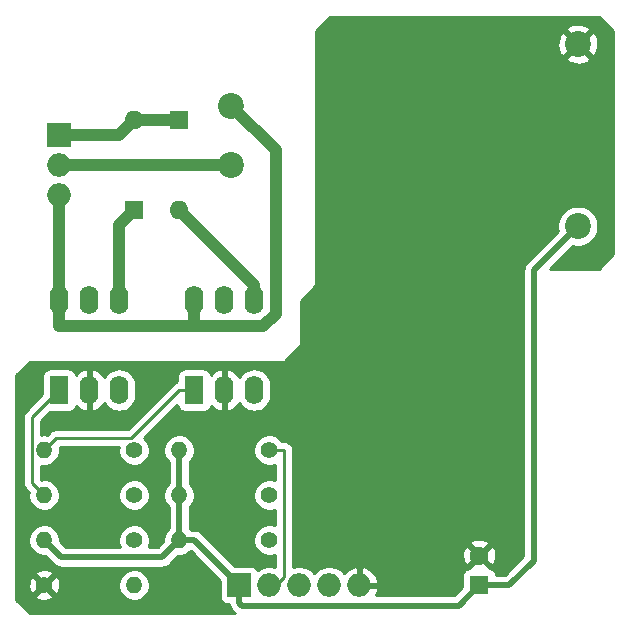
<source format=gbr>
G04 #@! TF.GenerationSoftware,KiCad,Pcbnew,(5.1.7-0-10_14)*
G04 #@! TF.CreationDate,2020-11-17T17:39:49+01:00*
G04 #@! TF.ProjectId,Pilot_Wire_v1,50696c6f-745f-4576-9972-655f76312e6b,1.0*
G04 #@! TF.SameCoordinates,Original*
G04 #@! TF.FileFunction,Copper,L2,Bot*
G04 #@! TF.FilePolarity,Positive*
%FSLAX46Y46*%
G04 Gerber Fmt 4.6, Leading zero omitted, Abs format (unit mm)*
G04 Created by KiCad (PCBNEW (5.1.7-0-10_14)) date 2020-11-17 17:39:49*
%MOMM*%
%LPD*%
G01*
G04 APERTURE LIST*
G04 #@! TA.AperFunction,ComponentPad*
%ADD10C,1.400000*%
G04 #@! TD*
G04 #@! TA.AperFunction,ComponentPad*
%ADD11O,1.400000X1.400000*%
G04 #@! TD*
G04 #@! TA.AperFunction,ComponentPad*
%ADD12R,1.600000X2.400000*%
G04 #@! TD*
G04 #@! TA.AperFunction,ComponentPad*
%ADD13O,1.600000X2.400000*%
G04 #@! TD*
G04 #@! TA.AperFunction,ComponentPad*
%ADD14C,2.200000*%
G04 #@! TD*
G04 #@! TA.AperFunction,ComponentPad*
%ADD15O,2.000000X2.000000*%
G04 #@! TD*
G04 #@! TA.AperFunction,ComponentPad*
%ADD16R,2.000000X2.000000*%
G04 #@! TD*
G04 #@! TA.AperFunction,ComponentPad*
%ADD17O,1.998980X1.998980*%
G04 #@! TD*
G04 #@! TA.AperFunction,ComponentPad*
%ADD18R,1.998980X1.998980*%
G04 #@! TD*
G04 #@! TA.AperFunction,ComponentPad*
%ADD19R,1.600000X1.600000*%
G04 #@! TD*
G04 #@! TA.AperFunction,ComponentPad*
%ADD20O,1.600000X1.600000*%
G04 #@! TD*
G04 #@! TA.AperFunction,ComponentPad*
%ADD21C,1.600000*%
G04 #@! TD*
G04 #@! TA.AperFunction,Conductor*
%ADD22C,0.500000*%
G04 #@! TD*
G04 #@! TA.AperFunction,Conductor*
%ADD23C,1.000000*%
G04 #@! TD*
G04 #@! TA.AperFunction,Conductor*
%ADD24C,0.250000*%
G04 #@! TD*
G04 #@! TA.AperFunction,Conductor*
%ADD25C,0.254000*%
G04 #@! TD*
G04 #@! TA.AperFunction,Conductor*
%ADD26C,0.100000*%
G04 #@! TD*
G04 APERTURE END LIST*
D10*
X137160000Y-67310000D03*
D11*
X129540000Y-67310000D03*
D12*
X130810000Y-58420000D03*
D13*
X135890000Y-50800000D03*
X133350000Y-58420000D03*
X133350000Y-50800000D03*
X135890000Y-58420000D03*
X130810000Y-50800000D03*
D12*
X119380000Y-58420000D03*
D13*
X124460000Y-50800000D03*
X121920000Y-58420000D03*
X121920000Y-50800000D03*
X124460000Y-58420000D03*
X119380000Y-50800000D03*
D10*
X137160000Y-63500000D03*
D11*
X129540000Y-63500000D03*
D10*
X137160000Y-71120000D03*
D11*
X129540000Y-71120000D03*
D10*
X125730000Y-63500000D03*
D11*
X118110000Y-63500000D03*
D10*
X125730000Y-67310000D03*
D11*
X118110000Y-67310000D03*
D10*
X118110000Y-74930000D03*
D11*
X125730000Y-74930000D03*
D10*
X125730000Y-71120000D03*
D11*
X118110000Y-71120000D03*
D14*
X163290000Y-44530000D03*
X163290000Y-29130000D03*
X133890000Y-39330000D03*
X133890000Y-34330000D03*
D15*
X144780000Y-74930000D03*
X142240000Y-74930000D03*
X139700000Y-74930000D03*
X137160000Y-74930000D03*
D16*
X134620000Y-74930000D03*
D17*
X119380000Y-41910000D03*
D18*
X119380000Y-36830000D03*
D17*
X119380000Y-39370000D03*
D19*
X125730000Y-43180000D03*
D20*
X125730000Y-35560000D03*
D19*
X129540000Y-35560000D03*
D20*
X129540000Y-43180000D03*
D19*
X154940000Y-74930000D03*
D21*
X154940000Y-72430000D03*
D22*
X130810000Y-71120000D02*
X134620000Y-74930000D01*
X129540000Y-71120000D02*
X130810000Y-71120000D01*
X129540000Y-71120000D02*
X129540000Y-67310000D01*
X129540000Y-67310000D02*
X129540000Y-63500000D01*
X119560001Y-72570001D02*
X118110000Y-71120000D01*
X128089999Y-72570001D02*
X119560001Y-72570001D01*
X129540000Y-71120000D02*
X128089999Y-72570001D01*
X153189999Y-76680001D02*
X154940000Y-74930000D01*
X134870001Y-76680001D02*
X153189999Y-76680001D01*
X134620000Y-76430000D02*
X134870001Y-76680001D01*
X134620000Y-74930000D02*
X134620000Y-76430000D01*
X157480000Y-74930000D02*
X154940000Y-74930000D01*
X159560000Y-48260000D02*
X159560000Y-72850000D01*
X159560000Y-72850000D02*
X157480000Y-74930000D01*
X163290000Y-44530000D02*
X159560000Y-48260000D01*
D23*
X124460000Y-36830000D02*
X125730000Y-35560000D01*
X119380000Y-36830000D02*
X124460000Y-36830000D01*
X125730000Y-35560000D02*
X129540000Y-35560000D01*
X119380000Y-50800000D02*
X119380000Y-41910000D01*
X137690010Y-38130010D02*
X133890000Y-34330000D01*
X119380000Y-53000000D02*
X119380000Y-50800000D01*
X119380010Y-53000010D02*
X119380000Y-53000000D01*
X137690010Y-51945588D02*
X136635588Y-53000010D01*
X137690010Y-38130010D02*
X137690010Y-51945588D01*
X130810000Y-52660020D02*
X131149990Y-53000010D01*
X130810000Y-50800000D02*
X130810000Y-52660020D01*
X131149990Y-53000010D02*
X119380010Y-53000010D01*
X136635588Y-53000010D02*
X131149990Y-53000010D01*
X133850000Y-39370000D02*
X133890000Y-39330000D01*
X119380000Y-39370000D02*
X133850000Y-39370000D01*
D24*
X137160000Y-63500000D02*
X138430000Y-63500000D01*
X137738998Y-74930000D02*
X137160000Y-74930000D01*
X138430000Y-74238998D02*
X137738998Y-74930000D01*
X138430000Y-63500000D02*
X138430000Y-74238998D01*
X119380000Y-58420000D02*
X118354999Y-59445001D01*
X117084999Y-60715001D02*
X119380000Y-58420000D01*
X117084999Y-66284999D02*
X117084999Y-60715001D01*
X118110000Y-67310000D02*
X117084999Y-66284999D01*
X119135001Y-62474999D02*
X125485001Y-62474999D01*
X118110000Y-63500000D02*
X119135001Y-62474999D01*
X129540000Y-58420000D02*
X130810000Y-58420000D01*
X125485001Y-62474999D02*
X129540000Y-58420000D01*
D23*
X135890000Y-49530000D02*
X135890000Y-50800000D01*
X129540000Y-43180000D02*
X135890000Y-49530000D01*
X124460000Y-44450000D02*
X125730000Y-43180000D01*
X124460000Y-50800000D02*
X124460000Y-44450000D01*
D25*
X166243000Y-27992606D02*
X166243000Y-46937394D01*
X165047394Y-48133000D01*
X160938578Y-48133000D01*
X162858432Y-46213147D01*
X163119117Y-46265000D01*
X163460883Y-46265000D01*
X163796081Y-46198325D01*
X164111831Y-46067537D01*
X164395998Y-45877663D01*
X164637663Y-45635998D01*
X164827537Y-45351831D01*
X164958325Y-45036081D01*
X165025000Y-44700883D01*
X165025000Y-44359117D01*
X164958325Y-44023919D01*
X164827537Y-43708169D01*
X164637663Y-43424002D01*
X164395998Y-43182337D01*
X164111831Y-42992463D01*
X163796081Y-42861675D01*
X163460883Y-42795000D01*
X163119117Y-42795000D01*
X162783919Y-42861675D01*
X162468169Y-42992463D01*
X162184002Y-43182337D01*
X161942337Y-43424002D01*
X161752463Y-43708169D01*
X161621675Y-44023919D01*
X161555000Y-44359117D01*
X161555000Y-44700883D01*
X161606853Y-44961568D01*
X158964956Y-47603466D01*
X158931183Y-47631183D01*
X158820589Y-47765942D01*
X158738411Y-47919688D01*
X158687805Y-48086511D01*
X158675000Y-48216524D01*
X158675000Y-48216531D01*
X158670719Y-48260000D01*
X158675000Y-48303469D01*
X158675000Y-49425394D01*
X158660197Y-49440197D01*
X158644403Y-49459443D01*
X158632667Y-49481399D01*
X158625440Y-49505224D01*
X158623000Y-49530000D01*
X158623000Y-64770000D01*
X158625440Y-64794776D01*
X158632667Y-64818601D01*
X158644403Y-64840557D01*
X158660197Y-64859803D01*
X158675001Y-64874607D01*
X158675001Y-72483420D01*
X157113422Y-74045000D01*
X156369701Y-74045000D01*
X156365812Y-74005518D01*
X156329502Y-73885820D01*
X156270537Y-73775506D01*
X156191185Y-73678815D01*
X156094494Y-73599463D01*
X155984180Y-73540498D01*
X155864482Y-73504188D01*
X155740000Y-73491928D01*
X155732785Y-73491928D01*
X155753097Y-73422702D01*
X154940000Y-72609605D01*
X154126903Y-73422702D01*
X154147215Y-73491928D01*
X154140000Y-73491928D01*
X154015518Y-73504188D01*
X153895820Y-73540498D01*
X153785506Y-73599463D01*
X153688815Y-73678815D01*
X153609463Y-73775506D01*
X153550498Y-73885820D01*
X153514188Y-74005518D01*
X153501928Y-74130000D01*
X153501928Y-75116493D01*
X152823421Y-75795001D01*
X146159076Y-75795001D01*
X146265356Y-75613344D01*
X146370129Y-75310435D01*
X146251315Y-75057000D01*
X144907000Y-75057000D01*
X144907000Y-75077000D01*
X144653000Y-75077000D01*
X144653000Y-75057000D01*
X144633000Y-75057000D01*
X144633000Y-74803000D01*
X144653000Y-74803000D01*
X144653000Y-73459223D01*
X144907000Y-73459223D01*
X144907000Y-74803000D01*
X146251315Y-74803000D01*
X146370129Y-74549565D01*
X146265356Y-74246656D01*
X146103501Y-73970008D01*
X145890785Y-73730252D01*
X145635382Y-73536601D01*
X145347107Y-73396498D01*
X145160434Y-73339876D01*
X144907000Y-73459223D01*
X144653000Y-73459223D01*
X144399566Y-73339876D01*
X144212893Y-73396498D01*
X143924618Y-73536601D01*
X143669215Y-73730252D01*
X143518362Y-73900282D01*
X143509987Y-73887748D01*
X143282252Y-73660013D01*
X143014463Y-73481082D01*
X142716912Y-73357832D01*
X142401033Y-73295000D01*
X142078967Y-73295000D01*
X141763088Y-73357832D01*
X141465537Y-73481082D01*
X141197748Y-73660013D01*
X140970013Y-73887748D01*
X140970000Y-73887767D01*
X140969987Y-73887748D01*
X140742252Y-73660013D01*
X140474463Y-73481082D01*
X140176912Y-73357832D01*
X139861033Y-73295000D01*
X139538967Y-73295000D01*
X139223088Y-73357832D01*
X139190000Y-73371538D01*
X139190000Y-72500512D01*
X153499783Y-72500512D01*
X153541213Y-72780130D01*
X153636397Y-73046292D01*
X153703329Y-73171514D01*
X153947298Y-73243097D01*
X154760395Y-72430000D01*
X155119605Y-72430000D01*
X155932702Y-73243097D01*
X156176671Y-73171514D01*
X156297571Y-72916004D01*
X156366300Y-72641816D01*
X156380217Y-72359488D01*
X156338787Y-72079870D01*
X156243603Y-71813708D01*
X156176671Y-71688486D01*
X155932702Y-71616903D01*
X155119605Y-72430000D01*
X154760395Y-72430000D01*
X153947298Y-71616903D01*
X153703329Y-71688486D01*
X153582429Y-71943996D01*
X153513700Y-72218184D01*
X153499783Y-72500512D01*
X139190000Y-72500512D01*
X139190000Y-71437298D01*
X154126903Y-71437298D01*
X154940000Y-72250395D01*
X155753097Y-71437298D01*
X155681514Y-71193329D01*
X155426004Y-71072429D01*
X155151816Y-71003700D01*
X154869488Y-70989783D01*
X154589870Y-71031213D01*
X154323708Y-71126397D01*
X154198486Y-71193329D01*
X154126903Y-71437298D01*
X139190000Y-71437298D01*
X139190000Y-63537333D01*
X139193677Y-63500000D01*
X139179003Y-63351014D01*
X139135546Y-63207753D01*
X139064974Y-63075724D01*
X138970001Y-62959999D01*
X138854276Y-62865026D01*
X138722247Y-62794454D01*
X138578986Y-62750997D01*
X138467333Y-62740000D01*
X138430000Y-62736323D01*
X138392667Y-62740000D01*
X138257775Y-62740000D01*
X138196962Y-62648987D01*
X138011013Y-62463038D01*
X137792359Y-62316939D01*
X137549405Y-62216304D01*
X137291486Y-62165000D01*
X137028514Y-62165000D01*
X136770595Y-62216304D01*
X136527641Y-62316939D01*
X136308987Y-62463038D01*
X136123038Y-62648987D01*
X135976939Y-62867641D01*
X135876304Y-63110595D01*
X135825000Y-63368514D01*
X135825000Y-63631486D01*
X135876304Y-63889405D01*
X135976939Y-64132359D01*
X136123038Y-64351013D01*
X136308987Y-64536962D01*
X136527641Y-64683061D01*
X136770595Y-64783696D01*
X137028514Y-64835000D01*
X137291486Y-64835000D01*
X137549405Y-64783696D01*
X137670000Y-64733744D01*
X137670000Y-66076256D01*
X137549405Y-66026304D01*
X137291486Y-65975000D01*
X137028514Y-65975000D01*
X136770595Y-66026304D01*
X136527641Y-66126939D01*
X136308987Y-66273038D01*
X136123038Y-66458987D01*
X135976939Y-66677641D01*
X135876304Y-66920595D01*
X135825000Y-67178514D01*
X135825000Y-67441486D01*
X135876304Y-67699405D01*
X135976939Y-67942359D01*
X136123038Y-68161013D01*
X136308987Y-68346962D01*
X136527641Y-68493061D01*
X136770595Y-68593696D01*
X137028514Y-68645000D01*
X137291486Y-68645000D01*
X137549405Y-68593696D01*
X137670000Y-68543744D01*
X137670001Y-69886256D01*
X137549405Y-69836304D01*
X137291486Y-69785000D01*
X137028514Y-69785000D01*
X136770595Y-69836304D01*
X136527641Y-69936939D01*
X136308987Y-70083038D01*
X136123038Y-70268987D01*
X135976939Y-70487641D01*
X135876304Y-70730595D01*
X135825000Y-70988514D01*
X135825000Y-71251486D01*
X135876304Y-71509405D01*
X135976939Y-71752359D01*
X136123038Y-71971013D01*
X136308987Y-72156962D01*
X136527641Y-72303061D01*
X136770595Y-72403696D01*
X137028514Y-72455000D01*
X137291486Y-72455000D01*
X137549405Y-72403696D01*
X137670001Y-72353743D01*
X137670001Y-73371538D01*
X137636912Y-73357832D01*
X137321033Y-73295000D01*
X136998967Y-73295000D01*
X136683088Y-73357832D01*
X136385537Y-73481082D01*
X136175191Y-73621630D01*
X136150537Y-73575506D01*
X136071185Y-73478815D01*
X135974494Y-73399463D01*
X135864180Y-73340498D01*
X135744482Y-73304188D01*
X135620000Y-73291928D01*
X134233507Y-73291928D01*
X131466534Y-70524956D01*
X131438817Y-70491183D01*
X131304059Y-70380589D01*
X131150313Y-70298411D01*
X130983490Y-70247805D01*
X130853477Y-70235000D01*
X130853469Y-70235000D01*
X130810000Y-70230719D01*
X130766531Y-70235000D01*
X130542975Y-70235000D01*
X130425000Y-70117025D01*
X130425000Y-68312975D01*
X130576962Y-68161013D01*
X130723061Y-67942359D01*
X130823696Y-67699405D01*
X130875000Y-67441486D01*
X130875000Y-67178514D01*
X130823696Y-66920595D01*
X130723061Y-66677641D01*
X130576962Y-66458987D01*
X130425000Y-66307025D01*
X130425000Y-64502975D01*
X130576962Y-64351013D01*
X130723061Y-64132359D01*
X130823696Y-63889405D01*
X130875000Y-63631486D01*
X130875000Y-63368514D01*
X130823696Y-63110595D01*
X130723061Y-62867641D01*
X130576962Y-62648987D01*
X130391013Y-62463038D01*
X130172359Y-62316939D01*
X129929405Y-62216304D01*
X129671486Y-62165000D01*
X129408514Y-62165000D01*
X129150595Y-62216304D01*
X128907641Y-62316939D01*
X128688987Y-62463038D01*
X128503038Y-62648987D01*
X128356939Y-62867641D01*
X128256304Y-63110595D01*
X128205000Y-63368514D01*
X128205000Y-63631486D01*
X128256304Y-63889405D01*
X128356939Y-64132359D01*
X128503038Y-64351013D01*
X128655001Y-64502976D01*
X128655000Y-66307025D01*
X128503038Y-66458987D01*
X128356939Y-66677641D01*
X128256304Y-66920595D01*
X128205000Y-67178514D01*
X128205000Y-67441486D01*
X128256304Y-67699405D01*
X128356939Y-67942359D01*
X128503038Y-68161013D01*
X128655001Y-68312976D01*
X128655000Y-70117025D01*
X128503038Y-70268987D01*
X128356939Y-70487641D01*
X128256304Y-70730595D01*
X128205000Y-70988514D01*
X128205000Y-71203421D01*
X127723421Y-71685001D01*
X126940962Y-71685001D01*
X127013696Y-71509405D01*
X127065000Y-71251486D01*
X127065000Y-70988514D01*
X127013696Y-70730595D01*
X126913061Y-70487641D01*
X126766962Y-70268987D01*
X126581013Y-70083038D01*
X126362359Y-69936939D01*
X126119405Y-69836304D01*
X125861486Y-69785000D01*
X125598514Y-69785000D01*
X125340595Y-69836304D01*
X125097641Y-69936939D01*
X124878987Y-70083038D01*
X124693038Y-70268987D01*
X124546939Y-70487641D01*
X124446304Y-70730595D01*
X124395000Y-70988514D01*
X124395000Y-71251486D01*
X124446304Y-71509405D01*
X124519038Y-71685001D01*
X119926580Y-71685001D01*
X119445000Y-71203422D01*
X119445000Y-70988514D01*
X119393696Y-70730595D01*
X119293061Y-70487641D01*
X119146962Y-70268987D01*
X118961013Y-70083038D01*
X118742359Y-69936939D01*
X118499405Y-69836304D01*
X118241486Y-69785000D01*
X117978514Y-69785000D01*
X117720595Y-69836304D01*
X117477641Y-69936939D01*
X117258987Y-70083038D01*
X117073038Y-70268987D01*
X116926939Y-70487641D01*
X116826304Y-70730595D01*
X116775000Y-70988514D01*
X116775000Y-71251486D01*
X116826304Y-71509405D01*
X116926939Y-71752359D01*
X117073038Y-71971013D01*
X117258987Y-72156962D01*
X117477641Y-72303061D01*
X117720595Y-72403696D01*
X117978514Y-72455000D01*
X118193422Y-72455000D01*
X118903471Y-73165050D01*
X118931184Y-73198818D01*
X118964952Y-73226531D01*
X118964954Y-73226533D01*
X119036453Y-73285211D01*
X119065942Y-73309412D01*
X119219688Y-73391590D01*
X119386511Y-73442196D01*
X119516524Y-73455001D01*
X119516534Y-73455001D01*
X119560000Y-73459282D01*
X119603467Y-73455001D01*
X128046530Y-73455001D01*
X128089999Y-73459282D01*
X128133468Y-73455001D01*
X128133476Y-73455001D01*
X128263489Y-73442196D01*
X128430312Y-73391590D01*
X128584058Y-73309412D01*
X128718816Y-73198818D01*
X128746533Y-73165045D01*
X129456579Y-72455000D01*
X129671486Y-72455000D01*
X129929405Y-72403696D01*
X130172359Y-72303061D01*
X130391013Y-72156962D01*
X130493198Y-72054777D01*
X132981928Y-74543507D01*
X132981928Y-75930000D01*
X132994188Y-76054482D01*
X133030498Y-76174180D01*
X133089463Y-76284494D01*
X133168815Y-76381185D01*
X133265506Y-76460537D01*
X133375820Y-76519502D01*
X133495518Y-76555812D01*
X133620000Y-76568072D01*
X133744317Y-76568072D01*
X133747805Y-76603490D01*
X133798412Y-76770313D01*
X133880590Y-76924059D01*
X133963468Y-77025046D01*
X133963471Y-77025049D01*
X133991184Y-77058817D01*
X134024952Y-77086530D01*
X134213467Y-77275045D01*
X134236514Y-77303127D01*
X116886163Y-77336557D01*
X115760000Y-76210394D01*
X115760000Y-75851269D01*
X117368336Y-75851269D01*
X117427797Y-76085037D01*
X117666242Y-76195934D01*
X117921740Y-76258183D01*
X118184473Y-76269390D01*
X118444344Y-76229125D01*
X118691366Y-76138935D01*
X118792203Y-76085037D01*
X118851664Y-75851269D01*
X118110000Y-75109605D01*
X117368336Y-75851269D01*
X115760000Y-75851269D01*
X115760000Y-75004473D01*
X116770610Y-75004473D01*
X116810875Y-75264344D01*
X116901065Y-75511366D01*
X116954963Y-75612203D01*
X117188731Y-75671664D01*
X117930395Y-74930000D01*
X118289605Y-74930000D01*
X119031269Y-75671664D01*
X119265037Y-75612203D01*
X119375934Y-75373758D01*
X119438183Y-75118260D01*
X119449390Y-74855527D01*
X119440557Y-74798514D01*
X124395000Y-74798514D01*
X124395000Y-75061486D01*
X124446304Y-75319405D01*
X124546939Y-75562359D01*
X124693038Y-75781013D01*
X124878987Y-75966962D01*
X125097641Y-76113061D01*
X125340595Y-76213696D01*
X125598514Y-76265000D01*
X125861486Y-76265000D01*
X126119405Y-76213696D01*
X126362359Y-76113061D01*
X126581013Y-75966962D01*
X126766962Y-75781013D01*
X126913061Y-75562359D01*
X127013696Y-75319405D01*
X127065000Y-75061486D01*
X127065000Y-74798514D01*
X127013696Y-74540595D01*
X126913061Y-74297641D01*
X126766962Y-74078987D01*
X126581013Y-73893038D01*
X126362359Y-73746939D01*
X126119405Y-73646304D01*
X125861486Y-73595000D01*
X125598514Y-73595000D01*
X125340595Y-73646304D01*
X125097641Y-73746939D01*
X124878987Y-73893038D01*
X124693038Y-74078987D01*
X124546939Y-74297641D01*
X124446304Y-74540595D01*
X124395000Y-74798514D01*
X119440557Y-74798514D01*
X119409125Y-74595656D01*
X119318935Y-74348634D01*
X119265037Y-74247797D01*
X119031269Y-74188336D01*
X118289605Y-74930000D01*
X117930395Y-74930000D01*
X117188731Y-74188336D01*
X116954963Y-74247797D01*
X116844066Y-74486242D01*
X116781817Y-74741740D01*
X116770610Y-75004473D01*
X115760000Y-75004473D01*
X115760000Y-74008731D01*
X117368336Y-74008731D01*
X118110000Y-74750395D01*
X118851664Y-74008731D01*
X118792203Y-73774963D01*
X118553758Y-73664066D01*
X118298260Y-73601817D01*
X118035527Y-73590610D01*
X117775656Y-73630875D01*
X117528634Y-73721065D01*
X117427797Y-73774963D01*
X117368336Y-74008731D01*
X115760000Y-74008731D01*
X115760000Y-60715001D01*
X116321323Y-60715001D01*
X116325000Y-60752333D01*
X116324999Y-66247676D01*
X116321323Y-66284999D01*
X116324999Y-66322321D01*
X116324999Y-66322331D01*
X116335996Y-66433984D01*
X116365441Y-66531052D01*
X116379453Y-66577245D01*
X116450025Y-66709275D01*
X116480335Y-66746207D01*
X116544998Y-66825000D01*
X116574001Y-66848803D01*
X116796355Y-67071156D01*
X116775000Y-67178514D01*
X116775000Y-67441486D01*
X116826304Y-67699405D01*
X116926939Y-67942359D01*
X117073038Y-68161013D01*
X117258987Y-68346962D01*
X117477641Y-68493061D01*
X117720595Y-68593696D01*
X117978514Y-68645000D01*
X118241486Y-68645000D01*
X118499405Y-68593696D01*
X118742359Y-68493061D01*
X118961013Y-68346962D01*
X119146962Y-68161013D01*
X119293061Y-67942359D01*
X119393696Y-67699405D01*
X119445000Y-67441486D01*
X119445000Y-67178514D01*
X124395000Y-67178514D01*
X124395000Y-67441486D01*
X124446304Y-67699405D01*
X124546939Y-67942359D01*
X124693038Y-68161013D01*
X124878987Y-68346962D01*
X125097641Y-68493061D01*
X125340595Y-68593696D01*
X125598514Y-68645000D01*
X125861486Y-68645000D01*
X126119405Y-68593696D01*
X126362359Y-68493061D01*
X126581013Y-68346962D01*
X126766962Y-68161013D01*
X126913061Y-67942359D01*
X127013696Y-67699405D01*
X127065000Y-67441486D01*
X127065000Y-67178514D01*
X127013696Y-66920595D01*
X126913061Y-66677641D01*
X126766962Y-66458987D01*
X126581013Y-66273038D01*
X126362359Y-66126939D01*
X126119405Y-66026304D01*
X125861486Y-65975000D01*
X125598514Y-65975000D01*
X125340595Y-66026304D01*
X125097641Y-66126939D01*
X124878987Y-66273038D01*
X124693038Y-66458987D01*
X124546939Y-66677641D01*
X124446304Y-66920595D01*
X124395000Y-67178514D01*
X119445000Y-67178514D01*
X119393696Y-66920595D01*
X119293061Y-66677641D01*
X119146962Y-66458987D01*
X118961013Y-66273038D01*
X118742359Y-66126939D01*
X118499405Y-66026304D01*
X118241486Y-65975000D01*
X117978514Y-65975000D01*
X117871156Y-65996355D01*
X117844999Y-65970198D01*
X117844999Y-64808442D01*
X117978514Y-64835000D01*
X118241486Y-64835000D01*
X118499405Y-64783696D01*
X118742359Y-64683061D01*
X118961013Y-64536962D01*
X119146962Y-64351013D01*
X119293061Y-64132359D01*
X119393696Y-63889405D01*
X119445000Y-63631486D01*
X119445000Y-63368514D01*
X119423645Y-63261157D01*
X119449803Y-63234999D01*
X124421558Y-63234999D01*
X124395000Y-63368514D01*
X124395000Y-63631486D01*
X124446304Y-63889405D01*
X124546939Y-64132359D01*
X124693038Y-64351013D01*
X124878987Y-64536962D01*
X125097641Y-64683061D01*
X125340595Y-64783696D01*
X125598514Y-64835000D01*
X125861486Y-64835000D01*
X126119405Y-64783696D01*
X126362359Y-64683061D01*
X126581013Y-64536962D01*
X126766962Y-64351013D01*
X126913061Y-64132359D01*
X127013696Y-63889405D01*
X127065000Y-63631486D01*
X127065000Y-63368514D01*
X127013696Y-63110595D01*
X126913061Y-62867641D01*
X126766962Y-62648987D01*
X126581013Y-62463038D01*
X126575468Y-62459333D01*
X129375772Y-59659030D01*
X129384188Y-59744482D01*
X129420498Y-59864180D01*
X129479463Y-59974494D01*
X129558815Y-60071185D01*
X129655506Y-60150537D01*
X129765820Y-60209502D01*
X129885518Y-60245812D01*
X130010000Y-60258072D01*
X131610000Y-60258072D01*
X131734482Y-60245812D01*
X131854180Y-60209502D01*
X131964494Y-60150537D01*
X132061185Y-60071185D01*
X132140537Y-59974494D01*
X132199502Y-59864180D01*
X132235812Y-59744482D01*
X132236981Y-59732613D01*
X132425105Y-59924500D01*
X132658354Y-60083715D01*
X132918182Y-60194367D01*
X133000961Y-60211904D01*
X133223000Y-60089915D01*
X133223000Y-58547000D01*
X133203000Y-58547000D01*
X133203000Y-58293000D01*
X133223000Y-58293000D01*
X133223000Y-56750085D01*
X133477000Y-56750085D01*
X133477000Y-58293000D01*
X133497000Y-58293000D01*
X133497000Y-58547000D01*
X133477000Y-58547000D01*
X133477000Y-60089915D01*
X133699039Y-60211904D01*
X133781818Y-60194367D01*
X134041646Y-60083715D01*
X134274895Y-59924500D01*
X134472601Y-59722839D01*
X134622735Y-59493259D01*
X134691068Y-59621101D01*
X134870393Y-59839608D01*
X135088900Y-60018932D01*
X135338193Y-60152182D01*
X135608692Y-60234236D01*
X135890000Y-60261943D01*
X136171309Y-60234236D01*
X136441808Y-60152182D01*
X136691101Y-60018932D01*
X136909608Y-59839608D01*
X137088932Y-59621101D01*
X137222182Y-59371808D01*
X137304236Y-59101309D01*
X137325000Y-58890491D01*
X137325000Y-57949508D01*
X137304236Y-57738691D01*
X137222182Y-57468192D01*
X137088932Y-57218899D01*
X136909607Y-57000392D01*
X136691100Y-56821068D01*
X136441807Y-56687818D01*
X136171308Y-56605764D01*
X135890000Y-56578057D01*
X135608691Y-56605764D01*
X135338192Y-56687818D01*
X135088899Y-56821068D01*
X134870392Y-57000393D01*
X134691068Y-57218900D01*
X134622735Y-57346742D01*
X134472601Y-57117161D01*
X134274895Y-56915500D01*
X134041646Y-56756285D01*
X133781818Y-56645633D01*
X133699039Y-56628096D01*
X133477000Y-56750085D01*
X133223000Y-56750085D01*
X133000961Y-56628096D01*
X132918182Y-56645633D01*
X132658354Y-56756285D01*
X132425105Y-56915500D01*
X132236981Y-57107387D01*
X132235812Y-57095518D01*
X132199502Y-56975820D01*
X132140537Y-56865506D01*
X132061185Y-56768815D01*
X131964494Y-56689463D01*
X131854180Y-56630498D01*
X131734482Y-56594188D01*
X131610000Y-56581928D01*
X130010000Y-56581928D01*
X129885518Y-56594188D01*
X129765820Y-56630498D01*
X129655506Y-56689463D01*
X129558815Y-56768815D01*
X129479463Y-56865506D01*
X129420498Y-56975820D01*
X129384188Y-57095518D01*
X129371928Y-57220000D01*
X129371928Y-57676787D01*
X129247753Y-57714454D01*
X129115724Y-57785026D01*
X128999999Y-57879999D01*
X128976201Y-57908997D01*
X125170200Y-61714999D01*
X119172323Y-61714999D01*
X119135000Y-61711323D01*
X119097677Y-61714999D01*
X119097668Y-61714999D01*
X118986015Y-61725996D01*
X118842754Y-61769453D01*
X118710725Y-61840025D01*
X118595000Y-61934998D01*
X118571202Y-61963996D01*
X118348843Y-62186355D01*
X118241486Y-62165000D01*
X117978514Y-62165000D01*
X117844999Y-62191558D01*
X117844999Y-61029802D01*
X118616729Y-60258072D01*
X120180000Y-60258072D01*
X120304482Y-60245812D01*
X120424180Y-60209502D01*
X120534494Y-60150537D01*
X120631185Y-60071185D01*
X120710537Y-59974494D01*
X120769502Y-59864180D01*
X120805812Y-59744482D01*
X120806981Y-59732613D01*
X120995105Y-59924500D01*
X121228354Y-60083715D01*
X121488182Y-60194367D01*
X121570961Y-60211904D01*
X121793000Y-60089915D01*
X121793000Y-58547000D01*
X121773000Y-58547000D01*
X121773000Y-58293000D01*
X121793000Y-58293000D01*
X121793000Y-56750085D01*
X122047000Y-56750085D01*
X122047000Y-58293000D01*
X122067000Y-58293000D01*
X122067000Y-58547000D01*
X122047000Y-58547000D01*
X122047000Y-60089915D01*
X122269039Y-60211904D01*
X122351818Y-60194367D01*
X122611646Y-60083715D01*
X122844895Y-59924500D01*
X123042601Y-59722839D01*
X123192735Y-59493259D01*
X123261068Y-59621101D01*
X123440393Y-59839608D01*
X123658900Y-60018932D01*
X123908193Y-60152182D01*
X124178692Y-60234236D01*
X124460000Y-60261943D01*
X124741309Y-60234236D01*
X125011808Y-60152182D01*
X125261101Y-60018932D01*
X125479608Y-59839608D01*
X125658932Y-59621101D01*
X125792182Y-59371808D01*
X125874236Y-59101309D01*
X125895000Y-58890491D01*
X125895000Y-57949508D01*
X125874236Y-57738691D01*
X125792182Y-57468192D01*
X125658932Y-57218899D01*
X125479607Y-57000392D01*
X125261100Y-56821068D01*
X125011807Y-56687818D01*
X124741308Y-56605764D01*
X124460000Y-56578057D01*
X124178691Y-56605764D01*
X123908192Y-56687818D01*
X123658899Y-56821068D01*
X123440392Y-57000393D01*
X123261068Y-57218900D01*
X123192735Y-57346742D01*
X123042601Y-57117161D01*
X122844895Y-56915500D01*
X122611646Y-56756285D01*
X122351818Y-56645633D01*
X122269039Y-56628096D01*
X122047000Y-56750085D01*
X121793000Y-56750085D01*
X121570961Y-56628096D01*
X121488182Y-56645633D01*
X121228354Y-56756285D01*
X120995105Y-56915500D01*
X120806981Y-57107387D01*
X120805812Y-57095518D01*
X120769502Y-56975820D01*
X120710537Y-56865506D01*
X120631185Y-56768815D01*
X120534494Y-56689463D01*
X120424180Y-56630498D01*
X120304482Y-56594188D01*
X120180000Y-56581928D01*
X118580000Y-56581928D01*
X118455518Y-56594188D01*
X118335820Y-56630498D01*
X118225506Y-56689463D01*
X118128815Y-56768815D01*
X118049463Y-56865506D01*
X117990498Y-56975820D01*
X117954188Y-57095518D01*
X117941928Y-57220000D01*
X117941928Y-58783270D01*
X116573997Y-60151202D01*
X116544999Y-60175000D01*
X116521201Y-60203998D01*
X116521200Y-60203999D01*
X116450025Y-60290725D01*
X116379453Y-60422755D01*
X116335997Y-60566016D01*
X116321323Y-60715001D01*
X115760000Y-60715001D01*
X115760000Y-57139606D01*
X116892606Y-56007000D01*
X138430000Y-56007000D01*
X138454776Y-56004560D01*
X138478601Y-55997333D01*
X138500557Y-55985597D01*
X138519803Y-55969803D01*
X139789803Y-54699803D01*
X139805597Y-54680557D01*
X139817333Y-54658601D01*
X139824560Y-54634776D01*
X139827000Y-54610000D01*
X139827000Y-50852606D01*
X141059803Y-49619803D01*
X141075597Y-49600557D01*
X141087333Y-49578601D01*
X141094560Y-49554776D01*
X141097000Y-49530000D01*
X141097000Y-30336712D01*
X162262893Y-30336712D01*
X162370726Y-30611338D01*
X162677384Y-30762216D01*
X163007585Y-30850369D01*
X163348639Y-30872409D01*
X163687439Y-30827489D01*
X164010966Y-30717336D01*
X164209274Y-30611338D01*
X164317107Y-30336712D01*
X163290000Y-29309605D01*
X162262893Y-30336712D01*
X141097000Y-30336712D01*
X141097000Y-29188639D01*
X161547591Y-29188639D01*
X161592511Y-29527439D01*
X161702664Y-29850966D01*
X161808662Y-30049274D01*
X162083288Y-30157107D01*
X163110395Y-29130000D01*
X163469605Y-29130000D01*
X164496712Y-30157107D01*
X164771338Y-30049274D01*
X164922216Y-29742616D01*
X165010369Y-29412415D01*
X165032409Y-29071361D01*
X164987489Y-28732561D01*
X164877336Y-28409034D01*
X164771338Y-28210726D01*
X164496712Y-28102893D01*
X163469605Y-29130000D01*
X163110395Y-29130000D01*
X162083288Y-28102893D01*
X161808662Y-28210726D01*
X161657784Y-28517384D01*
X161569631Y-28847585D01*
X161547591Y-29188639D01*
X141097000Y-29188639D01*
X141097000Y-27992606D01*
X141166318Y-27923288D01*
X162262893Y-27923288D01*
X163290000Y-28950395D01*
X164317107Y-27923288D01*
X164209274Y-27648662D01*
X163902616Y-27497784D01*
X163572415Y-27409631D01*
X163231361Y-27387591D01*
X162892561Y-27432511D01*
X162569034Y-27542664D01*
X162370726Y-27648662D01*
X162262893Y-27923288D01*
X141166318Y-27923288D01*
X142292606Y-26797000D01*
X165047394Y-26797000D01*
X166243000Y-27992606D01*
G04 #@! TA.AperFunction,Conductor*
D26*
G36*
X166243000Y-27992606D02*
G01*
X166243000Y-46937394D01*
X165047394Y-48133000D01*
X160938578Y-48133000D01*
X162858432Y-46213147D01*
X163119117Y-46265000D01*
X163460883Y-46265000D01*
X163796081Y-46198325D01*
X164111831Y-46067537D01*
X164395998Y-45877663D01*
X164637663Y-45635998D01*
X164827537Y-45351831D01*
X164958325Y-45036081D01*
X165025000Y-44700883D01*
X165025000Y-44359117D01*
X164958325Y-44023919D01*
X164827537Y-43708169D01*
X164637663Y-43424002D01*
X164395998Y-43182337D01*
X164111831Y-42992463D01*
X163796081Y-42861675D01*
X163460883Y-42795000D01*
X163119117Y-42795000D01*
X162783919Y-42861675D01*
X162468169Y-42992463D01*
X162184002Y-43182337D01*
X161942337Y-43424002D01*
X161752463Y-43708169D01*
X161621675Y-44023919D01*
X161555000Y-44359117D01*
X161555000Y-44700883D01*
X161606853Y-44961568D01*
X158964956Y-47603466D01*
X158931183Y-47631183D01*
X158820589Y-47765942D01*
X158738411Y-47919688D01*
X158687805Y-48086511D01*
X158675000Y-48216524D01*
X158675000Y-48216531D01*
X158670719Y-48260000D01*
X158675000Y-48303469D01*
X158675000Y-49425394D01*
X158660197Y-49440197D01*
X158644403Y-49459443D01*
X158632667Y-49481399D01*
X158625440Y-49505224D01*
X158623000Y-49530000D01*
X158623000Y-64770000D01*
X158625440Y-64794776D01*
X158632667Y-64818601D01*
X158644403Y-64840557D01*
X158660197Y-64859803D01*
X158675001Y-64874607D01*
X158675001Y-72483420D01*
X157113422Y-74045000D01*
X156369701Y-74045000D01*
X156365812Y-74005518D01*
X156329502Y-73885820D01*
X156270537Y-73775506D01*
X156191185Y-73678815D01*
X156094494Y-73599463D01*
X155984180Y-73540498D01*
X155864482Y-73504188D01*
X155740000Y-73491928D01*
X155732785Y-73491928D01*
X155753097Y-73422702D01*
X154940000Y-72609605D01*
X154126903Y-73422702D01*
X154147215Y-73491928D01*
X154140000Y-73491928D01*
X154015518Y-73504188D01*
X153895820Y-73540498D01*
X153785506Y-73599463D01*
X153688815Y-73678815D01*
X153609463Y-73775506D01*
X153550498Y-73885820D01*
X153514188Y-74005518D01*
X153501928Y-74130000D01*
X153501928Y-75116493D01*
X152823421Y-75795001D01*
X146159076Y-75795001D01*
X146265356Y-75613344D01*
X146370129Y-75310435D01*
X146251315Y-75057000D01*
X144907000Y-75057000D01*
X144907000Y-75077000D01*
X144653000Y-75077000D01*
X144653000Y-75057000D01*
X144633000Y-75057000D01*
X144633000Y-74803000D01*
X144653000Y-74803000D01*
X144653000Y-73459223D01*
X144907000Y-73459223D01*
X144907000Y-74803000D01*
X146251315Y-74803000D01*
X146370129Y-74549565D01*
X146265356Y-74246656D01*
X146103501Y-73970008D01*
X145890785Y-73730252D01*
X145635382Y-73536601D01*
X145347107Y-73396498D01*
X145160434Y-73339876D01*
X144907000Y-73459223D01*
X144653000Y-73459223D01*
X144399566Y-73339876D01*
X144212893Y-73396498D01*
X143924618Y-73536601D01*
X143669215Y-73730252D01*
X143518362Y-73900282D01*
X143509987Y-73887748D01*
X143282252Y-73660013D01*
X143014463Y-73481082D01*
X142716912Y-73357832D01*
X142401033Y-73295000D01*
X142078967Y-73295000D01*
X141763088Y-73357832D01*
X141465537Y-73481082D01*
X141197748Y-73660013D01*
X140970013Y-73887748D01*
X140970000Y-73887767D01*
X140969987Y-73887748D01*
X140742252Y-73660013D01*
X140474463Y-73481082D01*
X140176912Y-73357832D01*
X139861033Y-73295000D01*
X139538967Y-73295000D01*
X139223088Y-73357832D01*
X139190000Y-73371538D01*
X139190000Y-72500512D01*
X153499783Y-72500512D01*
X153541213Y-72780130D01*
X153636397Y-73046292D01*
X153703329Y-73171514D01*
X153947298Y-73243097D01*
X154760395Y-72430000D01*
X155119605Y-72430000D01*
X155932702Y-73243097D01*
X156176671Y-73171514D01*
X156297571Y-72916004D01*
X156366300Y-72641816D01*
X156380217Y-72359488D01*
X156338787Y-72079870D01*
X156243603Y-71813708D01*
X156176671Y-71688486D01*
X155932702Y-71616903D01*
X155119605Y-72430000D01*
X154760395Y-72430000D01*
X153947298Y-71616903D01*
X153703329Y-71688486D01*
X153582429Y-71943996D01*
X153513700Y-72218184D01*
X153499783Y-72500512D01*
X139190000Y-72500512D01*
X139190000Y-71437298D01*
X154126903Y-71437298D01*
X154940000Y-72250395D01*
X155753097Y-71437298D01*
X155681514Y-71193329D01*
X155426004Y-71072429D01*
X155151816Y-71003700D01*
X154869488Y-70989783D01*
X154589870Y-71031213D01*
X154323708Y-71126397D01*
X154198486Y-71193329D01*
X154126903Y-71437298D01*
X139190000Y-71437298D01*
X139190000Y-63537333D01*
X139193677Y-63500000D01*
X139179003Y-63351014D01*
X139135546Y-63207753D01*
X139064974Y-63075724D01*
X138970001Y-62959999D01*
X138854276Y-62865026D01*
X138722247Y-62794454D01*
X138578986Y-62750997D01*
X138467333Y-62740000D01*
X138430000Y-62736323D01*
X138392667Y-62740000D01*
X138257775Y-62740000D01*
X138196962Y-62648987D01*
X138011013Y-62463038D01*
X137792359Y-62316939D01*
X137549405Y-62216304D01*
X137291486Y-62165000D01*
X137028514Y-62165000D01*
X136770595Y-62216304D01*
X136527641Y-62316939D01*
X136308987Y-62463038D01*
X136123038Y-62648987D01*
X135976939Y-62867641D01*
X135876304Y-63110595D01*
X135825000Y-63368514D01*
X135825000Y-63631486D01*
X135876304Y-63889405D01*
X135976939Y-64132359D01*
X136123038Y-64351013D01*
X136308987Y-64536962D01*
X136527641Y-64683061D01*
X136770595Y-64783696D01*
X137028514Y-64835000D01*
X137291486Y-64835000D01*
X137549405Y-64783696D01*
X137670000Y-64733744D01*
X137670000Y-66076256D01*
X137549405Y-66026304D01*
X137291486Y-65975000D01*
X137028514Y-65975000D01*
X136770595Y-66026304D01*
X136527641Y-66126939D01*
X136308987Y-66273038D01*
X136123038Y-66458987D01*
X135976939Y-66677641D01*
X135876304Y-66920595D01*
X135825000Y-67178514D01*
X135825000Y-67441486D01*
X135876304Y-67699405D01*
X135976939Y-67942359D01*
X136123038Y-68161013D01*
X136308987Y-68346962D01*
X136527641Y-68493061D01*
X136770595Y-68593696D01*
X137028514Y-68645000D01*
X137291486Y-68645000D01*
X137549405Y-68593696D01*
X137670000Y-68543744D01*
X137670001Y-69886256D01*
X137549405Y-69836304D01*
X137291486Y-69785000D01*
X137028514Y-69785000D01*
X136770595Y-69836304D01*
X136527641Y-69936939D01*
X136308987Y-70083038D01*
X136123038Y-70268987D01*
X135976939Y-70487641D01*
X135876304Y-70730595D01*
X135825000Y-70988514D01*
X135825000Y-71251486D01*
X135876304Y-71509405D01*
X135976939Y-71752359D01*
X136123038Y-71971013D01*
X136308987Y-72156962D01*
X136527641Y-72303061D01*
X136770595Y-72403696D01*
X137028514Y-72455000D01*
X137291486Y-72455000D01*
X137549405Y-72403696D01*
X137670001Y-72353743D01*
X137670001Y-73371538D01*
X137636912Y-73357832D01*
X137321033Y-73295000D01*
X136998967Y-73295000D01*
X136683088Y-73357832D01*
X136385537Y-73481082D01*
X136175191Y-73621630D01*
X136150537Y-73575506D01*
X136071185Y-73478815D01*
X135974494Y-73399463D01*
X135864180Y-73340498D01*
X135744482Y-73304188D01*
X135620000Y-73291928D01*
X134233507Y-73291928D01*
X131466534Y-70524956D01*
X131438817Y-70491183D01*
X131304059Y-70380589D01*
X131150313Y-70298411D01*
X130983490Y-70247805D01*
X130853477Y-70235000D01*
X130853469Y-70235000D01*
X130810000Y-70230719D01*
X130766531Y-70235000D01*
X130542975Y-70235000D01*
X130425000Y-70117025D01*
X130425000Y-68312975D01*
X130576962Y-68161013D01*
X130723061Y-67942359D01*
X130823696Y-67699405D01*
X130875000Y-67441486D01*
X130875000Y-67178514D01*
X130823696Y-66920595D01*
X130723061Y-66677641D01*
X130576962Y-66458987D01*
X130425000Y-66307025D01*
X130425000Y-64502975D01*
X130576962Y-64351013D01*
X130723061Y-64132359D01*
X130823696Y-63889405D01*
X130875000Y-63631486D01*
X130875000Y-63368514D01*
X130823696Y-63110595D01*
X130723061Y-62867641D01*
X130576962Y-62648987D01*
X130391013Y-62463038D01*
X130172359Y-62316939D01*
X129929405Y-62216304D01*
X129671486Y-62165000D01*
X129408514Y-62165000D01*
X129150595Y-62216304D01*
X128907641Y-62316939D01*
X128688987Y-62463038D01*
X128503038Y-62648987D01*
X128356939Y-62867641D01*
X128256304Y-63110595D01*
X128205000Y-63368514D01*
X128205000Y-63631486D01*
X128256304Y-63889405D01*
X128356939Y-64132359D01*
X128503038Y-64351013D01*
X128655001Y-64502976D01*
X128655000Y-66307025D01*
X128503038Y-66458987D01*
X128356939Y-66677641D01*
X128256304Y-66920595D01*
X128205000Y-67178514D01*
X128205000Y-67441486D01*
X128256304Y-67699405D01*
X128356939Y-67942359D01*
X128503038Y-68161013D01*
X128655001Y-68312976D01*
X128655000Y-70117025D01*
X128503038Y-70268987D01*
X128356939Y-70487641D01*
X128256304Y-70730595D01*
X128205000Y-70988514D01*
X128205000Y-71203421D01*
X127723421Y-71685001D01*
X126940962Y-71685001D01*
X127013696Y-71509405D01*
X127065000Y-71251486D01*
X127065000Y-70988514D01*
X127013696Y-70730595D01*
X126913061Y-70487641D01*
X126766962Y-70268987D01*
X126581013Y-70083038D01*
X126362359Y-69936939D01*
X126119405Y-69836304D01*
X125861486Y-69785000D01*
X125598514Y-69785000D01*
X125340595Y-69836304D01*
X125097641Y-69936939D01*
X124878987Y-70083038D01*
X124693038Y-70268987D01*
X124546939Y-70487641D01*
X124446304Y-70730595D01*
X124395000Y-70988514D01*
X124395000Y-71251486D01*
X124446304Y-71509405D01*
X124519038Y-71685001D01*
X119926580Y-71685001D01*
X119445000Y-71203422D01*
X119445000Y-70988514D01*
X119393696Y-70730595D01*
X119293061Y-70487641D01*
X119146962Y-70268987D01*
X118961013Y-70083038D01*
X118742359Y-69936939D01*
X118499405Y-69836304D01*
X118241486Y-69785000D01*
X117978514Y-69785000D01*
X117720595Y-69836304D01*
X117477641Y-69936939D01*
X117258987Y-70083038D01*
X117073038Y-70268987D01*
X116926939Y-70487641D01*
X116826304Y-70730595D01*
X116775000Y-70988514D01*
X116775000Y-71251486D01*
X116826304Y-71509405D01*
X116926939Y-71752359D01*
X117073038Y-71971013D01*
X117258987Y-72156962D01*
X117477641Y-72303061D01*
X117720595Y-72403696D01*
X117978514Y-72455000D01*
X118193422Y-72455000D01*
X118903471Y-73165050D01*
X118931184Y-73198818D01*
X118964952Y-73226531D01*
X118964954Y-73226533D01*
X119036453Y-73285211D01*
X119065942Y-73309412D01*
X119219688Y-73391590D01*
X119386511Y-73442196D01*
X119516524Y-73455001D01*
X119516534Y-73455001D01*
X119560000Y-73459282D01*
X119603467Y-73455001D01*
X128046530Y-73455001D01*
X128089999Y-73459282D01*
X128133468Y-73455001D01*
X128133476Y-73455001D01*
X128263489Y-73442196D01*
X128430312Y-73391590D01*
X128584058Y-73309412D01*
X128718816Y-73198818D01*
X128746533Y-73165045D01*
X129456579Y-72455000D01*
X129671486Y-72455000D01*
X129929405Y-72403696D01*
X130172359Y-72303061D01*
X130391013Y-72156962D01*
X130493198Y-72054777D01*
X132981928Y-74543507D01*
X132981928Y-75930000D01*
X132994188Y-76054482D01*
X133030498Y-76174180D01*
X133089463Y-76284494D01*
X133168815Y-76381185D01*
X133265506Y-76460537D01*
X133375820Y-76519502D01*
X133495518Y-76555812D01*
X133620000Y-76568072D01*
X133744317Y-76568072D01*
X133747805Y-76603490D01*
X133798412Y-76770313D01*
X133880590Y-76924059D01*
X133963468Y-77025046D01*
X133963471Y-77025049D01*
X133991184Y-77058817D01*
X134024952Y-77086530D01*
X134213467Y-77275045D01*
X134236514Y-77303127D01*
X116886163Y-77336557D01*
X115760000Y-76210394D01*
X115760000Y-75851269D01*
X117368336Y-75851269D01*
X117427797Y-76085037D01*
X117666242Y-76195934D01*
X117921740Y-76258183D01*
X118184473Y-76269390D01*
X118444344Y-76229125D01*
X118691366Y-76138935D01*
X118792203Y-76085037D01*
X118851664Y-75851269D01*
X118110000Y-75109605D01*
X117368336Y-75851269D01*
X115760000Y-75851269D01*
X115760000Y-75004473D01*
X116770610Y-75004473D01*
X116810875Y-75264344D01*
X116901065Y-75511366D01*
X116954963Y-75612203D01*
X117188731Y-75671664D01*
X117930395Y-74930000D01*
X118289605Y-74930000D01*
X119031269Y-75671664D01*
X119265037Y-75612203D01*
X119375934Y-75373758D01*
X119438183Y-75118260D01*
X119449390Y-74855527D01*
X119440557Y-74798514D01*
X124395000Y-74798514D01*
X124395000Y-75061486D01*
X124446304Y-75319405D01*
X124546939Y-75562359D01*
X124693038Y-75781013D01*
X124878987Y-75966962D01*
X125097641Y-76113061D01*
X125340595Y-76213696D01*
X125598514Y-76265000D01*
X125861486Y-76265000D01*
X126119405Y-76213696D01*
X126362359Y-76113061D01*
X126581013Y-75966962D01*
X126766962Y-75781013D01*
X126913061Y-75562359D01*
X127013696Y-75319405D01*
X127065000Y-75061486D01*
X127065000Y-74798514D01*
X127013696Y-74540595D01*
X126913061Y-74297641D01*
X126766962Y-74078987D01*
X126581013Y-73893038D01*
X126362359Y-73746939D01*
X126119405Y-73646304D01*
X125861486Y-73595000D01*
X125598514Y-73595000D01*
X125340595Y-73646304D01*
X125097641Y-73746939D01*
X124878987Y-73893038D01*
X124693038Y-74078987D01*
X124546939Y-74297641D01*
X124446304Y-74540595D01*
X124395000Y-74798514D01*
X119440557Y-74798514D01*
X119409125Y-74595656D01*
X119318935Y-74348634D01*
X119265037Y-74247797D01*
X119031269Y-74188336D01*
X118289605Y-74930000D01*
X117930395Y-74930000D01*
X117188731Y-74188336D01*
X116954963Y-74247797D01*
X116844066Y-74486242D01*
X116781817Y-74741740D01*
X116770610Y-75004473D01*
X115760000Y-75004473D01*
X115760000Y-74008731D01*
X117368336Y-74008731D01*
X118110000Y-74750395D01*
X118851664Y-74008731D01*
X118792203Y-73774963D01*
X118553758Y-73664066D01*
X118298260Y-73601817D01*
X118035527Y-73590610D01*
X117775656Y-73630875D01*
X117528634Y-73721065D01*
X117427797Y-73774963D01*
X117368336Y-74008731D01*
X115760000Y-74008731D01*
X115760000Y-60715001D01*
X116321323Y-60715001D01*
X116325000Y-60752333D01*
X116324999Y-66247676D01*
X116321323Y-66284999D01*
X116324999Y-66322321D01*
X116324999Y-66322331D01*
X116335996Y-66433984D01*
X116365441Y-66531052D01*
X116379453Y-66577245D01*
X116450025Y-66709275D01*
X116480335Y-66746207D01*
X116544998Y-66825000D01*
X116574001Y-66848803D01*
X116796355Y-67071156D01*
X116775000Y-67178514D01*
X116775000Y-67441486D01*
X116826304Y-67699405D01*
X116926939Y-67942359D01*
X117073038Y-68161013D01*
X117258987Y-68346962D01*
X117477641Y-68493061D01*
X117720595Y-68593696D01*
X117978514Y-68645000D01*
X118241486Y-68645000D01*
X118499405Y-68593696D01*
X118742359Y-68493061D01*
X118961013Y-68346962D01*
X119146962Y-68161013D01*
X119293061Y-67942359D01*
X119393696Y-67699405D01*
X119445000Y-67441486D01*
X119445000Y-67178514D01*
X124395000Y-67178514D01*
X124395000Y-67441486D01*
X124446304Y-67699405D01*
X124546939Y-67942359D01*
X124693038Y-68161013D01*
X124878987Y-68346962D01*
X125097641Y-68493061D01*
X125340595Y-68593696D01*
X125598514Y-68645000D01*
X125861486Y-68645000D01*
X126119405Y-68593696D01*
X126362359Y-68493061D01*
X126581013Y-68346962D01*
X126766962Y-68161013D01*
X126913061Y-67942359D01*
X127013696Y-67699405D01*
X127065000Y-67441486D01*
X127065000Y-67178514D01*
X127013696Y-66920595D01*
X126913061Y-66677641D01*
X126766962Y-66458987D01*
X126581013Y-66273038D01*
X126362359Y-66126939D01*
X126119405Y-66026304D01*
X125861486Y-65975000D01*
X125598514Y-65975000D01*
X125340595Y-66026304D01*
X125097641Y-66126939D01*
X124878987Y-66273038D01*
X124693038Y-66458987D01*
X124546939Y-66677641D01*
X124446304Y-66920595D01*
X124395000Y-67178514D01*
X119445000Y-67178514D01*
X119393696Y-66920595D01*
X119293061Y-66677641D01*
X119146962Y-66458987D01*
X118961013Y-66273038D01*
X118742359Y-66126939D01*
X118499405Y-66026304D01*
X118241486Y-65975000D01*
X117978514Y-65975000D01*
X117871156Y-65996355D01*
X117844999Y-65970198D01*
X117844999Y-64808442D01*
X117978514Y-64835000D01*
X118241486Y-64835000D01*
X118499405Y-64783696D01*
X118742359Y-64683061D01*
X118961013Y-64536962D01*
X119146962Y-64351013D01*
X119293061Y-64132359D01*
X119393696Y-63889405D01*
X119445000Y-63631486D01*
X119445000Y-63368514D01*
X119423645Y-63261157D01*
X119449803Y-63234999D01*
X124421558Y-63234999D01*
X124395000Y-63368514D01*
X124395000Y-63631486D01*
X124446304Y-63889405D01*
X124546939Y-64132359D01*
X124693038Y-64351013D01*
X124878987Y-64536962D01*
X125097641Y-64683061D01*
X125340595Y-64783696D01*
X125598514Y-64835000D01*
X125861486Y-64835000D01*
X126119405Y-64783696D01*
X126362359Y-64683061D01*
X126581013Y-64536962D01*
X126766962Y-64351013D01*
X126913061Y-64132359D01*
X127013696Y-63889405D01*
X127065000Y-63631486D01*
X127065000Y-63368514D01*
X127013696Y-63110595D01*
X126913061Y-62867641D01*
X126766962Y-62648987D01*
X126581013Y-62463038D01*
X126575468Y-62459333D01*
X129375772Y-59659030D01*
X129384188Y-59744482D01*
X129420498Y-59864180D01*
X129479463Y-59974494D01*
X129558815Y-60071185D01*
X129655506Y-60150537D01*
X129765820Y-60209502D01*
X129885518Y-60245812D01*
X130010000Y-60258072D01*
X131610000Y-60258072D01*
X131734482Y-60245812D01*
X131854180Y-60209502D01*
X131964494Y-60150537D01*
X132061185Y-60071185D01*
X132140537Y-59974494D01*
X132199502Y-59864180D01*
X132235812Y-59744482D01*
X132236981Y-59732613D01*
X132425105Y-59924500D01*
X132658354Y-60083715D01*
X132918182Y-60194367D01*
X133000961Y-60211904D01*
X133223000Y-60089915D01*
X133223000Y-58547000D01*
X133203000Y-58547000D01*
X133203000Y-58293000D01*
X133223000Y-58293000D01*
X133223000Y-56750085D01*
X133477000Y-56750085D01*
X133477000Y-58293000D01*
X133497000Y-58293000D01*
X133497000Y-58547000D01*
X133477000Y-58547000D01*
X133477000Y-60089915D01*
X133699039Y-60211904D01*
X133781818Y-60194367D01*
X134041646Y-60083715D01*
X134274895Y-59924500D01*
X134472601Y-59722839D01*
X134622735Y-59493259D01*
X134691068Y-59621101D01*
X134870393Y-59839608D01*
X135088900Y-60018932D01*
X135338193Y-60152182D01*
X135608692Y-60234236D01*
X135890000Y-60261943D01*
X136171309Y-60234236D01*
X136441808Y-60152182D01*
X136691101Y-60018932D01*
X136909608Y-59839608D01*
X137088932Y-59621101D01*
X137222182Y-59371808D01*
X137304236Y-59101309D01*
X137325000Y-58890491D01*
X137325000Y-57949508D01*
X137304236Y-57738691D01*
X137222182Y-57468192D01*
X137088932Y-57218899D01*
X136909607Y-57000392D01*
X136691100Y-56821068D01*
X136441807Y-56687818D01*
X136171308Y-56605764D01*
X135890000Y-56578057D01*
X135608691Y-56605764D01*
X135338192Y-56687818D01*
X135088899Y-56821068D01*
X134870392Y-57000393D01*
X134691068Y-57218900D01*
X134622735Y-57346742D01*
X134472601Y-57117161D01*
X134274895Y-56915500D01*
X134041646Y-56756285D01*
X133781818Y-56645633D01*
X133699039Y-56628096D01*
X133477000Y-56750085D01*
X133223000Y-56750085D01*
X133000961Y-56628096D01*
X132918182Y-56645633D01*
X132658354Y-56756285D01*
X132425105Y-56915500D01*
X132236981Y-57107387D01*
X132235812Y-57095518D01*
X132199502Y-56975820D01*
X132140537Y-56865506D01*
X132061185Y-56768815D01*
X131964494Y-56689463D01*
X131854180Y-56630498D01*
X131734482Y-56594188D01*
X131610000Y-56581928D01*
X130010000Y-56581928D01*
X129885518Y-56594188D01*
X129765820Y-56630498D01*
X129655506Y-56689463D01*
X129558815Y-56768815D01*
X129479463Y-56865506D01*
X129420498Y-56975820D01*
X129384188Y-57095518D01*
X129371928Y-57220000D01*
X129371928Y-57676787D01*
X129247753Y-57714454D01*
X129115724Y-57785026D01*
X128999999Y-57879999D01*
X128976201Y-57908997D01*
X125170200Y-61714999D01*
X119172323Y-61714999D01*
X119135000Y-61711323D01*
X119097677Y-61714999D01*
X119097668Y-61714999D01*
X118986015Y-61725996D01*
X118842754Y-61769453D01*
X118710725Y-61840025D01*
X118595000Y-61934998D01*
X118571202Y-61963996D01*
X118348843Y-62186355D01*
X118241486Y-62165000D01*
X117978514Y-62165000D01*
X117844999Y-62191558D01*
X117844999Y-61029802D01*
X118616729Y-60258072D01*
X120180000Y-60258072D01*
X120304482Y-60245812D01*
X120424180Y-60209502D01*
X120534494Y-60150537D01*
X120631185Y-60071185D01*
X120710537Y-59974494D01*
X120769502Y-59864180D01*
X120805812Y-59744482D01*
X120806981Y-59732613D01*
X120995105Y-59924500D01*
X121228354Y-60083715D01*
X121488182Y-60194367D01*
X121570961Y-60211904D01*
X121793000Y-60089915D01*
X121793000Y-58547000D01*
X121773000Y-58547000D01*
X121773000Y-58293000D01*
X121793000Y-58293000D01*
X121793000Y-56750085D01*
X122047000Y-56750085D01*
X122047000Y-58293000D01*
X122067000Y-58293000D01*
X122067000Y-58547000D01*
X122047000Y-58547000D01*
X122047000Y-60089915D01*
X122269039Y-60211904D01*
X122351818Y-60194367D01*
X122611646Y-60083715D01*
X122844895Y-59924500D01*
X123042601Y-59722839D01*
X123192735Y-59493259D01*
X123261068Y-59621101D01*
X123440393Y-59839608D01*
X123658900Y-60018932D01*
X123908193Y-60152182D01*
X124178692Y-60234236D01*
X124460000Y-60261943D01*
X124741309Y-60234236D01*
X125011808Y-60152182D01*
X125261101Y-60018932D01*
X125479608Y-59839608D01*
X125658932Y-59621101D01*
X125792182Y-59371808D01*
X125874236Y-59101309D01*
X125895000Y-58890491D01*
X125895000Y-57949508D01*
X125874236Y-57738691D01*
X125792182Y-57468192D01*
X125658932Y-57218899D01*
X125479607Y-57000392D01*
X125261100Y-56821068D01*
X125011807Y-56687818D01*
X124741308Y-56605764D01*
X124460000Y-56578057D01*
X124178691Y-56605764D01*
X123908192Y-56687818D01*
X123658899Y-56821068D01*
X123440392Y-57000393D01*
X123261068Y-57218900D01*
X123192735Y-57346742D01*
X123042601Y-57117161D01*
X122844895Y-56915500D01*
X122611646Y-56756285D01*
X122351818Y-56645633D01*
X122269039Y-56628096D01*
X122047000Y-56750085D01*
X121793000Y-56750085D01*
X121570961Y-56628096D01*
X121488182Y-56645633D01*
X121228354Y-56756285D01*
X120995105Y-56915500D01*
X120806981Y-57107387D01*
X120805812Y-57095518D01*
X120769502Y-56975820D01*
X120710537Y-56865506D01*
X120631185Y-56768815D01*
X120534494Y-56689463D01*
X120424180Y-56630498D01*
X120304482Y-56594188D01*
X120180000Y-56581928D01*
X118580000Y-56581928D01*
X118455518Y-56594188D01*
X118335820Y-56630498D01*
X118225506Y-56689463D01*
X118128815Y-56768815D01*
X118049463Y-56865506D01*
X117990498Y-56975820D01*
X117954188Y-57095518D01*
X117941928Y-57220000D01*
X117941928Y-58783270D01*
X116573997Y-60151202D01*
X116544999Y-60175000D01*
X116521201Y-60203998D01*
X116521200Y-60203999D01*
X116450025Y-60290725D01*
X116379453Y-60422755D01*
X116335997Y-60566016D01*
X116321323Y-60715001D01*
X115760000Y-60715001D01*
X115760000Y-57139606D01*
X116892606Y-56007000D01*
X138430000Y-56007000D01*
X138454776Y-56004560D01*
X138478601Y-55997333D01*
X138500557Y-55985597D01*
X138519803Y-55969803D01*
X139789803Y-54699803D01*
X139805597Y-54680557D01*
X139817333Y-54658601D01*
X139824560Y-54634776D01*
X139827000Y-54610000D01*
X139827000Y-50852606D01*
X141059803Y-49619803D01*
X141075597Y-49600557D01*
X141087333Y-49578601D01*
X141094560Y-49554776D01*
X141097000Y-49530000D01*
X141097000Y-30336712D01*
X162262893Y-30336712D01*
X162370726Y-30611338D01*
X162677384Y-30762216D01*
X163007585Y-30850369D01*
X163348639Y-30872409D01*
X163687439Y-30827489D01*
X164010966Y-30717336D01*
X164209274Y-30611338D01*
X164317107Y-30336712D01*
X163290000Y-29309605D01*
X162262893Y-30336712D01*
X141097000Y-30336712D01*
X141097000Y-29188639D01*
X161547591Y-29188639D01*
X161592511Y-29527439D01*
X161702664Y-29850966D01*
X161808662Y-30049274D01*
X162083288Y-30157107D01*
X163110395Y-29130000D01*
X163469605Y-29130000D01*
X164496712Y-30157107D01*
X164771338Y-30049274D01*
X164922216Y-29742616D01*
X165010369Y-29412415D01*
X165032409Y-29071361D01*
X164987489Y-28732561D01*
X164877336Y-28409034D01*
X164771338Y-28210726D01*
X164496712Y-28102893D01*
X163469605Y-29130000D01*
X163110395Y-29130000D01*
X162083288Y-28102893D01*
X161808662Y-28210726D01*
X161657784Y-28517384D01*
X161569631Y-28847585D01*
X161547591Y-29188639D01*
X141097000Y-29188639D01*
X141097000Y-27992606D01*
X141166318Y-27923288D01*
X162262893Y-27923288D01*
X163290000Y-28950395D01*
X164317107Y-27923288D01*
X164209274Y-27648662D01*
X163902616Y-27497784D01*
X163572415Y-27409631D01*
X163231361Y-27387591D01*
X162892561Y-27432511D01*
X162569034Y-27542664D01*
X162370726Y-27648662D01*
X162262893Y-27923288D01*
X141166318Y-27923288D01*
X142292606Y-26797000D01*
X165047394Y-26797000D01*
X166243000Y-27992606D01*
G37*
G04 #@! TD.AperFunction*
M02*

</source>
